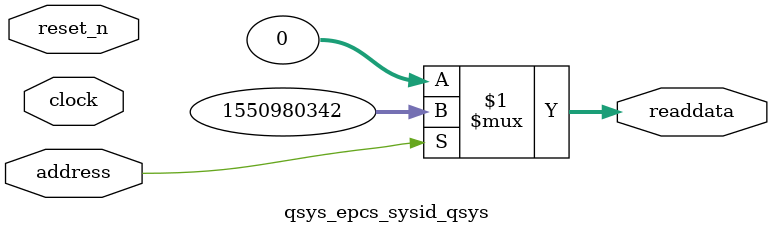
<source format=v>

`timescale 1ns / 1ps
// synthesis translate_on

// turn off superfluous verilog processor warnings 
// altera message_level Level1 
// altera message_off 10034 10035 10036 10037 10230 10240 10030 

module qsys_epcs_sysid_qsys (
               // inputs:
                address,
                clock,
                reset_n,

               // outputs:
                readdata
             )
;

  output  [ 31: 0] readdata;
  input            address;
  input            clock;
  input            reset_n;

  wire    [ 31: 0] readdata;
  //control_slave, which is an e_avalon_slave
  assign readdata = address ? 1550980342 : 0;

endmodule




</source>
